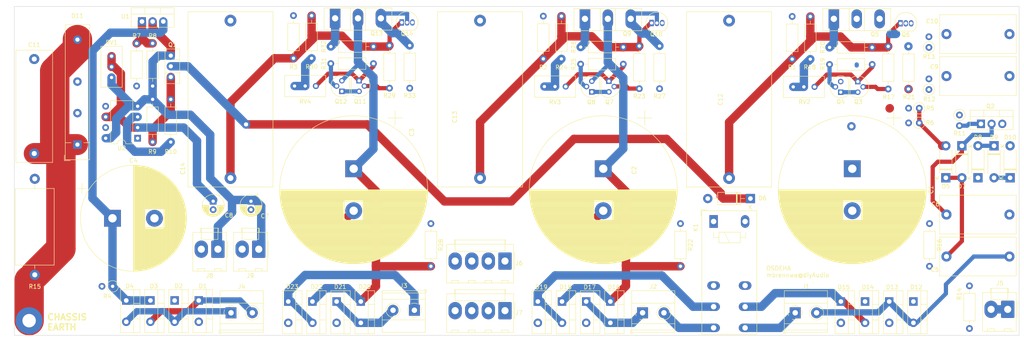
<source format=kicad_pcb>
(kicad_pcb (version 20221018) (generator pcbnew)
  (layers (0 "F.Cu" signal) (1 "In1.Cu" signal) (2 "In2.Cu" signal) (31 "B.Cu" signal) (34 "B.Paste" user) (35 "F.Paste" user) (36 "B.SilkS" user "B.Silkscreen") (37 "F.SilkS" user "F.Silkscreen") (38 "B.Mask" user) (39 "F.Mask" user) (44 "Edge.Cuts" user))
  (net 0 "")
  (net 1 "Net-(D3-K)")
  (net 2 "GND")
  (net 3 "/HV_STABI1/CAP")
  (net 4 "/HV_STABI2/CAP")
  (net 5 "/HV_STABI2/DC-")
  (net 6 "/HV_STABI3/CAP")
  (net 7 "/HV_STABI3/DC-")
  (net 8 "Net-(D6-K)")
  (net 9 "/HV_STABI1/AC1")
  (net 10 "Net-(D7-K)")
  (net 11 "Net-(J8-Pin_1)")
  (net 12 "Net-(U2-THR)")
  (net 13 "Net-(C9-Pad1)")
  (net 14 "Net-(C10-Pad1)")
  (net 15 "Earth_Protective")
  (net 16 "/HV_STABI2/RSET")
  (net 17 "/HV_STABI1/RSET")
  (net 18 "/HV_STABI3/RSET")
  (net 19 "Net-(D5-A)")
  (net 20 "Net-(D1-K)")
  (net 21 "Net-(D2-A)")
  (net 22 "Net-(D5-K)")
  (net 23 "Net-(D8-K)")
  (net 24 "Net-(D8-A)")
  (net 25 "Net-(D10-K)")
  (net 26 "/HV_STABI2/AC1")
  (net 27 "/HV_STABI2/AC2")
  (net 28 "/HV_STABI1/AC2")
  (net 29 "/HV_STABI1/DC+")
  (net 30 "/HV_STABI3/AC1")
  (net 31 "/HV_STABI3/AC2")
  (net 32 "Net-(Q3-S)")
  (net 33 "Net-(Q3-G)")
  (net 34 "Net-(Q7-S)")
  (net 35 "Net-(Q7-G)")
  (net 36 "Net-(Q7-D)")
  (net 37 "Net-(Q1-B)")
  (net 38 "Net-(Q2-G)")
  (net 39 "Net-(Q3-D)")
  (net 40 "Net-(Q4-G)")
  (net 41 "Net-(Q11-G)")
  (net 42 "Net-(Q8-G)")
  (net 43 "Net-(Q11-S)")
  (net 44 "Net-(Q5-G)")
  (net 45 "Net-(Q10-B)")
  (net 46 "Net-(U1-ADJ)")
  (net 47 "Net-(U2-Q)")
  (net 48 "Net-(Q5-S)")
  (net 49 "Net-(Q9-G)")
  (net 52 "Net-(Q11-D)")
  (net 53 "Net-(Q12-G)")
  (net 54 "Net-(Q13-G)")
  (net 55 "Net-(Q13-S)")
  (net 56 "Net-(R18-Pad2)")
  (net 57 "Net-(R24-Pad2)")
  (net 58 "Net-(R30-Pad2)")
  (net 59 "Net-(J5-Pin_1)")
  (net 62 "Net-(J1-Pin_1)")
  (net 63 "Net-(J2-Pin_2)")
  (footprint "Resistor_THT:R_Axial_DIN0207_L6.3mm_D2.5mm_P2.54mm_Vertical" (layer "F.Cu") (at 251.674 87.582 90)
    (fp_text reference "R13")
    (fp_text value "100k")
  )
  (footprint "Diode_THT:Diode_Bridge_32.0x5.6x17.0mm_P10.0mm_P7.5mm" (layer "F.Cu") (at 48.895 110.725 90)
    (fp_text reference "D11")
    (fp_text value "GBJ3510")
  )
  (footprint "Resistor_THT:R_Axial_DIN0207_L6.3mm_D2.5mm_P10.16mm_Horizontal" (layer "F.Cu") (at 104.664 80.01 -90)
    (fp_text reference "R30")
    (fp_text value "1.5k")
  )
  (footprint "Resistor_THT:R_Axial_DIN0207_L6.3mm_D2.5mm_P10.16mm_Horizontal" (layer "F.Cu") (at 178.892 87.503 180)
    (fp_text reference "R26")
    (fp_text value "300")
  )
  (footprint "Package_TO_SOT_THT:TO-220-3_Vertical" (layer "F.Cu") (at 264.068 105.791)
    (fp_text reference "Q2")
    (fp_text value "10M90S")
  )
  (footprint "Capacitor_THT:CP_Radial_D35.0mm_P10.00mm_SnapIn" (layer "F.Cu") (at 233.426 116.473501 -90)
    (fp_text reference "C1")
    (fp_text value "470u 550 VDC")
  )
  (footprint "MountingHole:MountingHole_3.2mm_M3" (layer "F.Cu") (at 218.8972 104.2924)
    (fp_text reference "H2" hide)
    (fp_text value "MountingHole")
  )
  (footprint "Resistor_THT:R_Axial_DIN0207_L6.3mm_D2.5mm_P2.54mm_Vertical" (layer "F.Cu") (at 258.9436 103.6828 -90)
    (fp_text reference "R11")
    (fp_text value "3k")
  )
  (footprint "Resistor_THT:R_Axial_DIN0207_L6.3mm_D2.5mm_P10.16mm_Horizontal" (layer "F.Cu") (at 187.528 97.409 90)
    (fp_text reference "R27")
    (fp_text value "2")
  )
  (footprint "Resistor_THT:R_Axial_DIN0918_L18.0mm_D9.0mm_P22.86mm_Horizontal" (layer "F.Cu") (at 38.735 141.732 90)
    (fp_text reference "R15")
    (fp_text value "100 5 W")
  )
  (footprint "Package_TO_SOT_THT:TO-92" (layer "F.Cu") (at 234.7374 95.7072 -90)
    (fp_text reference "Q3")
    (fp_text value "LND150")
  )
  (footprint "Connector_Molex:Molex_KK-396_A-41791-0002_1x02_P3.96mm_Vertical" (layer "F.Cu") (at 82.355 135.636 180)
    (fp_text reference "J8")
    (fp_text value "HEATERS-LEFT")
  )
  (footprint "Resistor_THT:R_Axial_DIN0207_L6.3mm_D2.5mm_P10.16mm_Horizontal" (layer "F.Cu") (at 182.702 97.409 90)
    (fp_text reference "R23")
    (fp_text value "1k")
  )
  (footprint "TerminalBlock_Phoenix:TerminalBlock_Phoenix_MKDS-1,5-2-5.08_1x02_P5.08mm_Horizontal" (layer "F.Cu") (at 219.837 150.782501)
    (fp_text reference "J1")
    (fp_text value "340 VAC / 220 mA")
  )
  (footprint "Diode_THT:D_DO-41_SOD81_P7.62mm_Horizontal" (layer "F.Cu") (at 267.183 111.014 -90)
    (fp_text reference "D9")
    (fp_text value "200 V")
  )
  (footprint "Capacitor_THT:C_Rect_L18.0mm_W9.0mm_P15.00mm_FKS3_FKP3" (layer "F.Cu") (at 255.851 137.381)
    (fp_text reference "C5")
    (fp_text value "100n 1 kV")
  )
  (footprint "Resistor_THT:R_Axial_DIN0207_L6.3mm_D2.5mm_P10.16mm_Horizontal" (layer "F.Cu") (at 228.0064 91.6432)
    (fp_text reference "R19")
    (fp_text value "1k")
  )
  (footprint "Capacitor_THT:C_Rect_L26.5mm_W8.5mm_P22.50mm_MKS4" (layer "F.Cu") (at 38.608 90.35 -90)
    (fp_text reference "C11")
    (fp_text value "100n")
  )
  (footprint "Package_TO_SOT_THT:TO-220-2_Vertical" (layer "F.Cu") (at 236.467333 148.092501 -90)
    (fp_text reference "D14")
    (fp_text value "STTH512FP")
  )
  (footprint "Resistor_THT:R_Axial_DIN0207_L6.3mm_D2.5mm_P2.54mm_Vertical" (layer "F.Cu") (at 251.674 97.615 90)
    (fp_text reference "R12")
    (fp_text value "100k")
  )
  (footprint "MountingHole:MountingHole_3.2mm_M3_Pad" (layer "F.Cu") (at 37.3888 152.654)
    (fp_text reference "CHASSIS1" hide)
    (fp_text value "MountingHole_Pad")
  )
  (footprint "Package_TO_SOT_THT:TO-220-2_Vertical" (layer "F.Cu") (at 72.037666 147.842501 -90)
    (fp_text reference "D2")
    (fp_text value "SBT1845-3G")
  )
  (footprint "Resistor_THT:R_Axial_DIN0207_L6.3mm_D2.5mm_P10.16mm_Horizontal" (layer "F.Cu") (at 164.16 80.137 -90)
    (fp_text reference "R24")
    (fp_text value "1.5k")
  )
  (footprint "Package_TO_SOT_THT:TO-220-2_Vertical" (layer "F.Cu") (at 175.811 148.092501 -90)
    (fp_text reference "D16")
    (fp_text value "STTH512FP")
  )
  (footprint "Resistor_THT:R_Axial_DIN0207_L6.3mm_D2.5mm_P10.16mm_Horizontal" (layer "F.Cu") (at 261.326 154.52 90)
    (fp_text reference "R14")
    (fp_text value "4.7M")
  )
  (footprint "Package_TO_SOT_THT:TO-92" (layer "F.Cu") (at 111.882 98.044 90)
    (fp_text reference "Q12")
    (fp_text value "LND150")
  )
  (footprint "Package_TO_SOT_THT:TO-126-3_Vertical" (layer "F.Cu") (at 71.126 89.535 -90)
    (fp_text reference "Q1")
    (fp_text value "BD138")
  )
  (footprint "Package_TO_SOT_THT:TO-220-2_Vertical" (layer "F.Cu") (at 158.539 148.092501 -90)
    (fp_text reference "D19")
    (fp_text value "STTH512FP")
  )
  (footprint "Capacitor_THT:C_Rect_L41.5mm_W20.0mm_P37.50mm_MKS4" (layer "F.Cu") (at 204.089 118.699 90)
    (fp_text reference "C12")
    (fp_text value "4.7u 630 V")
  )
  (footprint "Package_TO_SOT_THT:TO-220-2_Vertical" (layer "F.Cu") (at 164.296333 148.092501 -90)
    (fp_text reference "D18")
    (fp_text value "STTH512FP")
  )
  (footprint "Capacitor_THT:CP_Radial_D5.0mm_P2.00mm" (layer "F.Cu") (at 81.225 124.214 -90)
    (fp_text reference "C8")
    (fp_text value "22u 16 V")
  )
  (footprint "TerminalBlock_Phoenix:TerminalBlock_Phoenix_MKDS-1,5-2-5.08_1x02_P5.08mm_Horizontal" (layer "F.Cu") (at 85.471 150.782501)
    (fp_text reference "J4")
    (fp_text value "9 VAC / 4.5 A")
  )
  (footprint "Resistor_THT:R_Axial_DIN0207_L6.3mm_D2.5mm_P10.16mm_Horizontal" (layer "F.Cu") (at 66.802 110.109 90)
    (fp_text reference "R9")
    (fp_text value "3.3k")
  )
  (footprint "Capacitor_THT:C_Rect_L18.0mm_W9.0mm_P15.00mm_FKS3_FKP3" (layer "F.Cu") (at 255.858 84.407)
    (fp_text reference "C10")
    (fp_text value "100n 1 kV")
  )
  (footprint "MountingHole:MountingHole_3.2mm_M3" (layer "F.Cu") (at 37.3888 81.3308)
    (fp_text reference "H1" hide)
    (fp_text value "MountingHole")
  )
  (footprint "Resistor_THT:R_Axial_DIN0207_L6.3mm_D2.5mm_P2.54mm_Vertical" (layer "F.Cu") (at 249.3772 105.5624 180)
    (fp_text reference "R6")
    (fp_text value "787k")
  )
  (footprint "Resistor_THT:R_Axial_DIN0207_L6.3mm_D2.5mm_P10.16mm_Horizontal" (layer "F.Cu") (at 123.206 97.282 90)
    (fp_text reference "R29")
    (fp_text value "1k")
  )
  (footprint "Resistor_THT:R_Axial_DIN0207_L6.3mm_D2.5mm_P10.16mm_Horizontal" (layer "F.Cu") (at 246.8024 97.4852 90)
    (fp_text reference "R21")
    (fp_text value "2")
  )
  (footprint "Potentiometer_THT:Potentiometer_Bourns_3296W_Vertical" (layer "F.Cu") (at 105.68 96.774)
    (fp_text reference "RV4")
    (fp_text value "1k")
  )
  (footprint "Resistor_THT:R_Axial_DIN0207_L6.3mm_D2.5mm_P10.16mm_Horizontal" (layer "F.Cu") (at 251.8156 129.5372 -90)
    (fp_text reference "R16")
    (fp_text value "1M")
  )
  (footprint "Diode_THT:D_DO-41_SOD81_P7.62mm_Horizontal" (layer "F.Cu") (at 255.708 118.634 90)
    (fp_text reference "D5")
    (fp_text value "1N4007")
  )
  (footprint "Resistor_THT:R_Axial_DIN0207_L6.3mm_D2.5mm_P10.16mm_Horizontal" (layer "F.Cu") (at 223.4344 80.2132 -90)
    (fp_text reference "R18")
    (fp_text value "1.5k")
  )
  (footprint "Package_TO_SOT_THT:TO-92" (layer "F.Cu") (at 115.967 95.504 -90)
    (fp_text reference "Q11")
    (fp_text value "LND150")
  )
  (footprint "Connector_Molex:Molex_KK-396_A-41791-0002_1x02_P3.96mm_Vertical" (layer "F.Cu") (at 270.441 149.96 180)
    (fp_text reference "J5")
    (fp_text value "Stator bias")
  )
  (footprint "Resistor_THT:R_Axial_DIN0207_L6.3mm_D2.5mm_P2.54mm_Vertical" (layer "F.Cu") (at 249.3772 102.0572 180)
    (fp_text reference "R5")
    (fp_text value "47k")
  )
  (footprint "Package_TO_SOT_THT:TO-220-2_Vertical" (layer "F.Cu") (at 247.982 148.092501 -90)
    (fp_text reference "D12")
    (fp_text value "STTH512FP")
  )
  (footprint "Package_TO_SOT_THT:TO-220-2_Vertical" (layer "F.Cu") (at 104.860333 148.092501 -90)
    (fp_text reference "D22")
    (fp_text value "STTH512FP")
  )
  (footprint "Resistor_THT:R_Axial_DIN0207_L6.3mm_D2.5mm_P10.16mm_Horizontal" (layer "F.Cu") (at 241.9764 97.4852 90)
    (fp_text reference "R17")
    (fp_text value "1k")
  )
  (footprint "Diode_THT:D_DO-41_SOD81_P7.62mm_Horizontal" (layer "F.Cu") (at 263.358 118.634 90)
    (fp_text reference "D8")
    (fp_text value "200 V")
  )
  (footprint "MountingHole:MountingHole_3.2mm_M3" (layer "F.Cu") (at 255.524 152.654)
    (fp_text reference "H3" hide)
    (fp_text value "MountingHole")
  )
  (footprint "Resistor_THT:R_Axial_DIN0207_L6.3mm_D2.5mm_P10.16mm_Horizontal" (layer "F.Cu") (at 133.0706 129.5372 -90)
    (fp_text reference "R28")
    (fp_text value "1M")
  )
  (footprint "Capacitor_THT:C_Rect_L18.0mm_W9.0mm_P15.00mm_FKS3_FKP3" (layer "F.Cu") (at 255.851 127.381)
    (fp_text reference "C6")
    (fp_text value "100n 1 kV")
  )
  (footprint "Capacitor_THT:CP_Radial_D35.0mm_P10.00mm_SnapIn" (layer "F.Cu") (at 174.117 116.473501 -90)
    (fp_text reference "C2")
    (fp_text value "470u 550 VDC")
  )
  (footprint "Resistor_THT:R_Axial_DIN0207_L6.3mm_D2.5mm_P10.16mm_Horizontal" (layer "F.Cu") (at 159.842 80.137 -90)
    (fp_text reference "R2")
    (fp_text value "787k")
  )
  (footprint "Package_TO_SOT_THT:TO-92" (layer "F.Cu") (at 230.6734 98.2472 90)
    (fp_text reference "Q4")
    (fp_text value "LND150")
  )
  (footprint "Package_TO_SOT_THT:TO-220-2_Vertical" (layer "F.Cu") (at 116.375 148.092501 -90)
    (fp_text reference "D20")
    (fp_text value "STTH512FP")
  )
  (footprint "Resistor_THT:R_Axial_DIN0207_L6.3mm_D2.5mm_P10.16mm_Horizontal" (layer "F.Cu") (at 62.992 86.614 -90)
    (fp_text reference "R7")
    (fp_text value "1.91k")
  )
  (footprint "Capacitor_THT:CP_Radial_D25.0mm_P10.00mm_SnapIn" (layer "F.Cu") (at 57.24363 128.27)
    (fp_text reference "C4")
    (fp_text value "10000u 25 V")
  )
  (footprint "TerminalBlock_Phoenix:TerminalBlock_Phoenix_MKDS-1,5-2-5.08_1x02_P5.08mm_Horizontal" (layer "F.Cu") (at 183.487 150.782501)
    (fp_text reference "J2")
    (fp_text value "340 VAC / 220 mA")
  )
  (footprint "Resistor_THT:R_Axial_DIN0207_L6.3mm_D2.5mm_P10.16mm_Horizontal" (layer "F.Cu") (at 128.032 97.282 90)
    (fp_text reference "R33")
    (fp_text value "2")
  )
  (footprint "Package_TO_SOT_THT:TO-247-3_Vertical" (layer "F.Cu") (at 229.0334 80.772)
    (fp_text reference "Q5")
    (fp_text value "NTHL1000N170M1 ")
  )
  (footprint "Package_TO_SOT_THT:TO-92" (layer "F.Cu") (at 175.463 95.631 -90)
    (fp_text reference "Q7")
    (fp_text value "LND150")
  )
  (footprint "Package_TO_SOT_THT:TO-92_Inline" (layer "F.Cu") (at 185.623 81.767)
    (fp_text reference "Q10")
    (fp_text value "BC550")
  )
  (footprint "Package_TO_SOT_THT:TO-220-2_Vertical" (layer "F.Cu") (at 99.103 148.092501 -90)
    (fp_text reference "D23")
    (fp_text value "STTH512FP")
  )
  (footprint "Package_TO_SOT_THT:TO-220-2_Vertical" (layer "F.Cu") (at 110.617666 148.092501 -90)
    (fp_text reference "D21")
    (fp_text value "STTH512FP")
  )
  (footprint "Package_TO_SOT_THT:TO-92_Inline" (layer "F.Cu") (at 126.127 81.64)
    (fp_text reference "Q14")
    (fp_text value "BC550")
  )
  (footprint "Package_TO_SOT_THT:TO-220-3_Vertical" (layer "F.Cu") (at 64.262 81.407)
    (fp_text reference "U1")
    (fp_text value "LM1085-ADJ")
  )
  (footprint "Diode_THT:D_DO-41_SOD81_P7.62mm_Horizontal" (layer "F.Cu") (at 271.008 118.634 90)
    (fp_text reference "D10")
    (fp_text value "180 V")
  )
  (footprint "Package_DIP:DIP-8_W7.62mm" (layer "F.Cu") (at 63.236 109.21 180)
    (fp_text reference "U2")
    (fp_text value "NE555P")
  )
  (footprint "Resistor_THT:R_Axial_DIN0207_L6.3mm_D2.5mm_P10.16mm_Horizontal" (layer "F.Cu") (at 100.346 80.01 -90)
    (fp_text reference "R3")
    (fp_text value "976k")
  )
  (footprint "Resistor_THT:R_Axial_DIN0207_L6.3mm_D2.5mm_P10.16mm_Horizontal" (layer "F.Cu") (at 192.5066 129.5372 -90)
    (fp_text reference "R22")
    (fp_text value "1M")
  )
  (footprint "Resistor_THT:R_Axial_DIN0207_L6.3mm_D2.5mm_P10.16mm_Horizontal" (layer "F.Cu") (at 71.12 99.949 -90)
    (fp_text reference "R10")
    (fp_text value "2k")
  )
  (footprint "Package_TO_SOT_THT:TO-247-3_Vertical" (layer "F.Cu") (at 169.759 80.772)
    (fp_text reference "Q9")
    (fp_text value "NTHL1000N170M1 ")
  )
  (footprint "Capacitor_THT:C_Rect_L18.0mm_W9.0mm_P15.00mm_FKS3_FKP3" (layer "F.Cu") (at 255.858 94.407)
    (fp_text reference "C9")
    (fp_text value "100n 1 kV")
  )
  (footprint "Connector_Molex:Molex_KK-396_A-41791-0004_1x04_P3.96mm_Vertical" (layer "F.Cu") (at 150.72 150.272501 180)
    (fp_text reference "J7")
    (fp_text value "HV-R")
  )
  (footprint "Resistor_THT:R_Axial_DIN0207_L6.3mm_D2.5mm_P10.16mm_Horizontal" (layer "F.Cu") (at 109.236 91.44)
    (fp_text reference "R31")
    (fp_text value "1k")
  )
  (footprint "Package_TO_SOT_THT:TO-220-2_Vertical" (layer "F.Cu") (at 242.224666 148.092501 -90)
    (fp_text reference "D13")
    (fp_text value "STTH512FP")
  )
  (footprint "Resistor_THT:R_Axial_DIN0207_L6.3mm_D2.5mm_P10.16mm_Horizontal" (layer "F.Cu") (at 219.1164 80.2132 -90)
    (fp_text reference "R1")
    (fp_text value "787k")
  )
  (footprint "Connector_Molex:Molex_KK-396_A-41791-0002_1x02_P3.96mm_Vertical" (layer "F.Cu") (at 92.075 135.636 180)
    (fp_text reference "J9")
    (fp_text value "HEATERS-RIGHT")
  )
  (footprint "Diode_THT:D_DO-41_SOD81_P7.62mm_Horizontal" (layer "F.Cu") (at 259.533 111.014 -90)
    (fp_text reference "D7")
    (fp_text value "1N4007")
  )
  (footprint "Package_TO_SOT_THT:TO-220-2_Vertical" (layer "F.Cu") (at 60.523 147.842501 -90)
    (fp_text reference "D4")
    (fp_text value "SBT1845-3G")
  )
  (footprint "Resistor_THT:R_Axial_DIN0207_L6.3mm_D2.5mm_P10.16mm_Horizontal" (layer "F.Cu") (at 119.396 87.376 180)
    (fp_text reference "R32")
    (fp_text value "300")
  )
  (footprint "Package_TO_SOT_THT:TO-220-2_Vertical" (layer "F.Cu") (at 66.280333 147.842501 -90)
    (fp_text reference "D3")
    (fp_text value "SBT1845-3G")
  )
  (footprint "Resistor_THT:R_Axial_DIN0207_L6.3mm_D2.5mm_P2.54mm_Vertical" (layer "F.Cu") (at 57.2806 144.4752 180)
    (fp_text reference "R4")
    (fp_text value "10k")
  )
  (footprint "Resistor_THT:R_Axial_DIN0207_L6.3mm_D2.5mm_P10.16mm_Horizontal" (layer "F.Cu") (at 238.1664 87.5792 180)
    (fp_text reference "R20")
    (fp_text value "300")
  )
  (footprint "Resistor_THT:R_Axial_DIN0207_L6.3mm_D2.5mm_P10.16mm_Horizontal" (layer "F.Cu") (at 66.802 96.774 90)
    (fp_text reference "R8")
    (fp_text value "470")
  )
  (footprint "Potentiometer_THT:Potentiometer_Bourns_3296W_Vertical" (layer "F.Cu") (at 224.4404 96.9772)
    (fp_text reference "RV2")
    (fp_text value "1k")
  )
  (footprint "Package_TO_SOT_THT:TO-247-3_Vertical" (layer "F.Cu") (at 110.263 80.645)
    (fp_text reference "Q13")
    (fp_text value "NTHL1000N170M1 ")
  )
  (footprint "Relay_THT:Relay_DPDT_Schrack-RT2-FormC_RM5mm" (layer "F.Cu") (at 200.399 129.032501 -90)
    (fp_text reference "K1")
    (fp_text value "RT424006")
  )
  (footprint "Package_TO_SOT_THT:TO-220-2_Vertical" (layer "F.Cu") (at 230.71 148.092501 -90)
    (fp_text reference "D15")
    (fp_text value "STTH512FP")
  )
  (footprint "TerminalBlock_Phoenix:TerminalBlock_Phoenix_MKDS-1,5-2-5.08_1x02_P5.08mm_Horizontal" (layer "F.Cu") (at 129.141 150.172501 180)
    (fp_text reference "J3")
    (fp_text value "420 VAC / 75 mA")
  )
  (footprint "Package_TO_SOT_THT:TO-92" (layer "F.Cu") (at 171.399 98.171 90)
    (fp_text reference "Q8")
    (fp_text value "LND150")
  )
  (footprint "Resistor_THT:R_Axial_DIN0207_L6.3mm_D2.5mm_P10.16mm_Horizontal" (layer "F.Cu") (at 168.732 91.567)
    (fp_text reference "R25")
    (fp_text value "1k")
  )
  (footprint "Capacitor_THT:CP_Radial_D5.0mm_P2.00mm" (layer "F.Cu") (at 90.225 124.214 -90)
    (fp_text reference "C7")
    (fp_text value "22u 16 V")
  )
  (footprint "Potentiometer_THT:Potentiometer_Bourns_3296W_Vertical" (layer "F.Cu") (at 165.176 96.901)
    (fp_text reference "RV3")
    (fp_text value "1k")
  )
  (footprint "Package_TO_SOT_THT:TO-92_Inline" (layer "F.Cu") (at 244.8974 81.8432)
    (fp_text reference "Q6")
    (fp_text value "BC550")
  )
  (footprint "Diode_THT:D_DO-41_SOD81_P10.16mm_Horizontal" (layer "F.Cu") (at 209.169 123.571 180)
    (fp_text reference "D6")
    (fp_text value "1N4004")
  )
  (footprint "Potentiometer_THT:Potentiometer_Bourns_3296W_Vertical" (layer "F.Cu") (at 57.023 89.662 90)
    (fp_text reference "RV1")
    (fp_text value "1M")
  )
  (footprint "Capacitor_THT:CP_Radial_D35.0mm_P10.00mm_SnapIn" (layer "F.Cu") (at 114.681 116.473501 -90)
    (fp_text reference "C3")
    (fp_text value "220u 630 VDC")
  )
  (footprint "Capacitor_THT:C_Rect_L41.5mm_W20.0mm_P37.50mm_MKS4" (layer "F.Cu") (at 144.78 118.699 90)
    (fp_text reference "C13")
    (fp_text value "4.7u 630 V")
  )
  (footprint "Package_TO_SOT_THT:TO-220-2_Vertical" (layer "F.Cu") (at 77.795 147.842501 -90)
    (fp_text reference "D1")
    (fp_text value "SBT1845-3G")
  )
  (footprint "Connector_Molex:Molex_KK-396_A-41791-0004_1x04_P3.96mm_Vertical" (layer "F.Cu") (at 150.72 138.461501 180)
    (fp_text reference "J6")
    (fp_text value "HV-L")
  )
  (footprint "Package_TO_SOT_THT:TO-220-2_Vertical" (layer "F.Cu") (at 170.053666 148.092501 -90)
    (fp_text reference "D17")
    (fp_text value "STTH512FP")
  )
  (footprint "Capacitor_THT:C_Rect_L41.5mm_W20.0mm_P37.50mm_MKS4" (layer "F.Cu") (at 85.344 118.699 90)
    (fp_text reference "C14")
    (fp_text value "4.7u 630 V")
  )
  (gr_rect (start 33.8836 77.8256) (end 273.1516 156.1592) (stroke (width 0.1)) (fill none) (layer "Edge.Cuts"))
  (gr_text "OSDEHA\nmbrennwa@diyAudio" (at 212.852 142.3924) (layer "F.SilkS") (effects (font (size 1 1)) (justify left bottom)))
  (gr_text "CHASSIS\nEARTH" (at 41.5544 155.0924) (layer "F.SilkS") (effects (font (size 1.5 1.5) (thickness 0.3) bold) (justify left bottom)))
  (segment (start 52.4764 123.50277) (end 52.4764 88.392) (width 2) (layer "B.Cu") (net 1))
  (segment (start 52.4764 88.392) (end 56.7944 84.074) (width 2) (layer "B.Cu") (net 1))
  (segment (start 57.24363 128.27) (end 57.24363 144.563131) (width 2) (layer "B.Cu") (net 1))
  (segment (start 68.675 84.074) (end 56.7944 84.074) (width 2) (layer "B.Cu") (net 1))
  (segment (start 69.342 81.407) (end 69.342 83.407) (width 2) (layer "B.Cu") (net 1))
  (segment (start 57.24363 144.563131) (end 60.523 147.842501) (width 2) (layer "B.Cu") (net 1))
  (segment (start 69.342 83.407) (end 68.675 84.074) (width 2) (layer "B.Cu") (net 1))
  (segment (start 57.24363 128.27) (end 52.4764 123.50277) (width 2) (layer "B.Cu") (net 1))
  (segment (start 60.523 147.842501) (end 66.280333 147.842501) (width 2) (layer "B.Cu") (net 1))
  (segment (start 234.4834 91.8972) (end 234.4834 91.630174) (width 1) (layer "B.Cu") (net 3))
  (segment (start 179.5272 144.376301) (end 179.5272 139.4968) (width 2) (layer "F.Cu") (net 4))
  (segment (start 179.5272 139.4968) (end 179.5272 129.9972) (width 2) (layer "F.Cu") (net 4))
  (segment (start 179.5272 129.9972) (end 179.5272 121.883701) (width 2) (layer "F.Cu") (net 4))
  (segment (start 175.811 148.092501) (end 179.5272 144.376301) (width 2) (layer "F.Cu") (net 4))
  (segment (start 192.5066 139.6972) (end 179.7276 139.6972) (width 2) (layer "F.Cu") (net 4))
  (segment (start 179.7276 139.6972) (end 179.5272 139.4968) (width 2) (layer "F.Cu") (net 4))
  (segment (start 179.5272 121.883701) (end 174.117 116.473501) (width 2) (layer "F.Cu") (net 4))
  (segment (start 174.117 116.473501) (end 178.883 111.707501) (width 2) (layer "B.Cu") (net 4))
  (segment (start 175.209 91.821) (end 175.209 91.136692) (width 1) (layer "B.Cu") (net 4))
  (segment (start 178.883 111.707501) (end 178.883 94.810692) (width 2) (layer "B.Cu") (net 4))
  (segment (start 171.399 95.631) (end 175.209 91.821) (width 1) (layer "B.Cu") (net 4))
  (segment (start 164.296333 148.092501) (end 167.456434 144.9324) (width 2) (layer "B.Cu") (net 4))
  (segment (start 178.883 94.810692) (end 175.209 91.136692) (width 2) (layer "B.Cu") (net 4))
  (segment (start 167.456434 144.9324) (end 172.650899 144.9324) (width 2) (layer "B.Cu") (net 4))
  (segment (start 172.650899 144.9324) (end 175.811 148.092501) (width 2) (layer "B.Cu") (net 4))
  (segment (start 175.209 91.136692) (end 175.209 80.772) (width 2) (layer "B.Cu") (net 4))
  (segment (start 174.117 126.473501) (end 172.8216 127.768901) (width 2) (layer "F.Cu") (net 5))
  (segment (start 119.9896 139.5984) (end 119.9896 142.6464) (width 2) (layer "F.Cu") (net 6))
  (segment (start 114.681 116.473501) (end 119.9896 121.782101) (width 2) (layer "F.Cu") (net 6))
  (segment (start 119.9896 142.6464) (end 119.9896 144.477901) (width 2) (layer "F.Cu") (net 6))
  (segment (start 120.0404 142.6972) (end 119.9896 142.6464) (width 2) (layer "F.Cu") (net 6))
  (segment (start 119.9896 130.048) (end 119.9896 139.5984) (width 2) (layer "F.Cu") (net 6))
  (segment (start 119.9896 144.477901) (end 116.375 148.092501) (width 2) (layer "F.Cu") (net 6))
  (segment (start 133.0706 139.6972) (end 120.0884 139.6972) (width 2) (layer "F.Cu") (net 6))
  (segment (start 120.0404 129.9972) (end 119.9896 130.048) (width 2) (layer "F.Cu") (net 6))
  (segment (start 119.9896 121.782101) (end 119.9896 130.048) (width 2) (layer "F.Cu") (net 6))
  (segment (start 120.0884 139.6972) (end 119.9896 139.5984) (width 2) (layer "F.Cu") (net 6))
  (segment (start 115.713 91.673) (end 115.713 91.009692) (width 1) (layer "B.Cu") (net 6))
  (segment (start 111.882 95.504) (end 115.713 91.673) (width 1) (layer "B.Cu") (net 6))
  (segment (start 113.214899 144.9324) (end 116.375 148.092501) (width 2) (layer "B.Cu") (net 6))
  (segment (start 119.387 111.767501) (end 119.387 94.683692) (width 2) (layer "B.Cu") (net 6))
  (segment (start 104.860333 148.092501) (end 108.020434 144.9324) (width 2) (layer "B.Cu") (net 6))
  (segment (start 108.020434 144.9324) (end 113.214899 144.9324) (width 2) (layer "B.Cu") (net 6))
  (segment (start 115.713 91.009692) (end 115.713 80.645) (width 2) (layer "B.Cu") (net 6))
  (segment (start 119.387 94.683692) (end 115.713 91.009692) (width 2) (layer "B.Cu") (net 6))
  (segment (start 114.681 116.473501) (end 119.387 111.767501) (width 2) (layer "B.Cu") (net 6))
  (segment (start 114.693367 126.475367) (end 113.397967 127.770767) (width 2) (layer "F.Cu") (net 7))
  (segment (start 202.109 122.286937) (end 189.194463 109.3724) (width 2) (layer "F.Cu") (net 8))
  (segment (start 202.109 122.994044) (end 202.109 122.286937) (width 2) (layer "F.Cu") (net 8))
  (segment (start 152.2476 124.2568) (end 136.2964 124.2568) (width 2) (layer "F.Cu") (net 8))
  (segment (start 202.685956 123.571) (end 202.109 122.994044) (width 2) (layer "F.Cu") (net 8))
  (segment (start 189.194463 109.3724) (end 167.132 109.3724) (width 2) (layer "F.Cu") (net 8))
  (segment (start 167.132 109.3724) (end 152.2476 124.2568) (width 2) (layer "F.Cu") (net 8))
  (segment (start 117.9576 105.918) (end 89.0524 105.918) (width 2) (layer "F.Cu") (net 8))
  (segment (start 209.169 123.571) (end 202.685956 123.571) (width 2) (layer "F.Cu") (net 8))
  (segment (start 136.2964 124.2568) (end 117.9576 105.918) (width 2) (layer "F.Cu") (net 8))
  (via (at 89.0524 105.918) (size 2) (drill 1) (layers "F.Cu" "B.Cu") (net 8))
  (segment (start 89.0524 105.918) (end 75.2094 92.075) (width 2) (layer "B.Cu") (net 8))
  (segment (start 75.2094 92.075) (end 71.126 92.075) (width 2) (layer "B.Cu") (net 8))
  (segment (start 224.917 150.782501) (end 225.027 150.672501) (width 2) (layer "F.Cu") (net 9))
  (segment (start 225.027 150.672501) (end 239.644666 150.672501) (width 1.5) (layer "B.Cu") (net 9))
  (segment (start 248.757099 153.172501) (end 247.982 153.172501) (width 1) (layer "B.Cu") (net 9))
  (segment (start 270.851 137.381) (end 262.3642 137.381) (width 1) (layer "B.Cu") (net 9))
  (segment (start 255.7272 144.018) (end 255.7272 146.2024) (width 1) (layer "B.Cu") (net 9))
  (segment (start 262.3642 137.381) (end 255.7272 144.018) (width 1) (layer "B.Cu") (net 9))
  (segment (start 239.644666 150.672501) (end 242.224666 148.092501) (width 1.5) (layer "B.Cu") (net 9))
  (segment (start 255.7272 146.2024) (end 248.757099 153.172501) (width 1) (layer "B.Cu") (net 9))
  (segment (start 247.304666 153.172501) (end 242.224666 148.092501) (width 1.5) (layer "B.Cu") (net 9))
  (segment (start 259.533 112.577) (end 257.302 114.808) (width 1) (layer "F.Cu") (net 10))
  (segment (start 257.302 114.808) (end 253.7968 114.808) (width 1) (layer "F.Cu") (net 10))
  (segment (start 253.7968 114.808) (end 252.5776 116.0272) (width 1) (layer "F.Cu") (net 10))
  (segment (start 259.533 111.014) (end 259.533 112.577) (width 1) (layer "F.Cu") (net 10))
  (segment (start 252.5776 116.0272) (end 252.5776 124.1076) (width 1) (layer "F.Cu") (net 10))
  (segment (start 252.5776 124.1076) (end 255.851 127.381) (width 1) (layer "F.Cu") (net 10))
  (segment (start 259.533 111.014) (end 262.133 108.414) (width 1) (layer "B.Cu") (net 10))
  (segment (start 262.133 108.414) (end 266.3975 108.414) (width 1) (layer "B.Cu") (net 10))
  (segment (start 266.3975 108.414) (end 266.608 108.2035) (width 1) (layer "B.Cu") (net 10))
  (segment (start 266.608 108.2035) (end 266.608 105.791) (width 1) (layer "B.Cu") (net 10))
  (segment (start 71.126 87.3312) (end 71.126 89.535) (width 2) (layer "F.Cu") (net 11))
  (segment (start 66.802 83.0072) (end 71.126 87.3312) (width 2) (layer "F.Cu") (net 11))
  (segment (start 66.802 81.407) (end 66.802 83.0072) (width 2) (layer "F.Cu") (net 11))
  (segment (start 64.877 99.949) (end 63.236 101.59) (width 2) (layer "B.Cu") (net 11))
  (segment (start 57.023 94.742) (end 57.023 96.4946) (width 2) (layer "B.Cu") (net 11))
  (segment (start 70.485 103.632) (end 66.802 99.949) (width 2) (layer "B.Cu") (net 11))
  (segment (start 58.1152 104.5464) (end 61.0716 101.59) (width 2) (layer "B.Cu") (net 11))
  (segment (start 66.802 96.774) (end 66.802 99.949) (width 2) (layer "B.Cu") (net 11))
  (segment (start 91.177692 123.914) (end 85.7124 123.914) (width 2) (layer "B.Cu") (net 11))
  (segment (start 55.616 109.21) (end 56.74737 109.21) (width 2) (layer "B.Cu") (net 11))
  (segment (start 85.7124 123.914) (end 85.7124 126.8348) (width 2) (layer "B.Cu") (net 11))
  (segment (start 62.1184 101.59) (end 63.236 101.59) (width 2) (layer "B.Cu") (net 11))
  (segment (start 75.7936 103.632) (end 70.485 103.632) (width 2) (layer "B.Cu") (net 11))
  (segment (start 92.6592 125.395508) (end 91.177692 123.914) (width 2) (layer "B.Cu") (net 11))
  (segment (start 85.7124 123.914) (end 80.518 118.7196) (width 2) (layer "B.Cu") (net 11))
  (segment (start 92.075 135.636) (end 92.6592 135.0518) (width 2) (layer "B.Cu") (net 11))
  (segment (start 66.802 99.949) (end 64.877 99.949) (width 2) (layer "B.Cu") (net 11))
  (segment (start 80.518 118.7196) (end 80.518 108.3564) (width 2) (layer "B.Cu") (net 11))
  (segment (start 66.802 96.774) (end 66.802 90.959) (width 2) (layer "B.Cu") (net 11))
  (segment (start 82.355 130.1922) (end 82.355 135.636) (width 2) (layer "B.Cu") (net 11))
  (segment (start 80.518 108.3564) (end 75.7936 103.632) (width 2) (layer "B.Cu") (net 11))
  (segment (start 61.0716 101.59) (end 63.236 101.59) (width 2) (layer "B.Cu") (net 11))
  (segment (start 58.1152 107.84217) (end 58.1152 104.5464) (width 2) (layer "B.Cu") (net 11))
  (segment (start 85.7124 126.8348) (end 82.355 130.1922) (width 2) (layer "B.Cu") (net 11))
  (segment (start 92.6592 131.064) (end 92.6592 125.395508) (width 2) (layer "B.Cu") (net 11))
  (segment (start 92.6592 135.0518) (end 92.6592 131.064) (width 2) (layer "B.Cu") (net 11))
  (segment (start 56.74737 109.21) (end 58.1152 107.84217) (width 2) (layer "B.Cu") (net 11))
  (segment (start 66.802 90.959) (end 68.226 89.535) (width 2) (layer "B.Cu") (net 11))
  (segment (start 68.226 89.535) (end 71.126 89.535) (width 2) (layer "B.Cu") (net 11))
  (segment (start 57.023 96.4946) (end 62.1184 101.59) (width 2) (layer "B.Cu") (net 11))
  (segment (start 59.243 93.822445) (end 57.622555 92.202) (width 2) (layer "F.Cu") (net 12))
  (segment (start 56.74737 104.13) (end 59.243 101.63437) (width 2) (layer "F.Cu") (net 12))
  (segment (start 57.023 92.202) (end 57.023 89.662) (width 2) (layer "F.Cu") (net 12))
  (segment (start 63.236 106.67) (end 61.408692 106.67) (width 2) (layer "F.Cu") (net 12))
  (segment (start 58.868692 104.13) (end 55.616 104.13) (width 2) (layer "F.Cu") (net 12))
  (segment (start 61.408692 106.67) (end 58.868692 104.13) (width 2) (layer "F.Cu") (net 12))
  (segment (start 55.616 104.13) (end 56.74737 104.13) (width 2) (layer "F.Cu") (net 12))
  (segment (start 59.243 101.63437) (end 59.243 93.822445) (width 2) (layer "F.Cu") (net 12))
  (segment (start 57.622555 92.202) (end 57.023 92.202) (width 2) (layer "F.Cu") (net 12))
  (segment (start 77.3684 120.0574) (end 81.225 123.914) (width 2) (layer "B.Cu") (net 12))
  (segment (start 63.236 106.67) (end 74.2088 106.67) (width 2) (layer "B.Cu") (net 12))
  (segment (start 77.3684 109.8296) (end 77.3684 120.0574) (width 2) (layer "B.Cu") (net 12))
  (segment (start 74.2088 106.67) (end 77.3684 109.8296) (width 2) (layer "B.Cu") (net 12))
  (segment (start 44.958 113.358) (end 44.958 135.509) (width 7) (layer "F.Cu") (net 15))
  (segment (start 43.688 112.088) (end 44.45 112.85) (width 5) (layer "F.Cu") (net 15))
  (segment (start 44.45 112.85) (end 44.958 113.358) (width 7) (layer "F.Cu") (net 15))
  (segment (start 43.4848 93.2688) (end 43.4848 111.8848) (width 7) (layer "F.Cu") (net 15))
  (segment (start 48.895 85.725) (end 48.895 87.8586) (width 7) (layer "F.Cu") (net 15))
  (segment (start 38.862 141.859) (end 38.735 141.732) (width 2) (layer "F.Cu") (net 15))
  (segment (start 37.3888 143.0782) (end 38.735 141.732) (width 2) (layer "F.Cu") (net 15))
  (segment (start 38.735 141.732) (end 44.958 135.509) (width 7) (layer "F.Cu") (net 15))
  (segment (start 37.3888 152.654) (end 37.3888 143.0782) (width 7) (layer "F.Cu") (net 15))
  (segment (start 44.45 110.236) (end 44.45 112.85) (width 5) (layer "F.Cu") (net 15))
  (segment (start 43.4848 111.8848) (end 43.688 112.088) (width 7) (layer "F.Cu") (net 15))
  (segment (start 38.608 112.85) (end 44.45 112.85) (width 5) (layer "F.Cu") (net 15))
  (segment (start 48.895 87.8586) (end 43.4848 93.2688) (width 7) (layer "F.Cu") (net 15))
  (segment (start 44.939 110.725) (end 44.45 110.236) (width 2) (layer "F.Cu") (net 15))
  (segment (start 48.895 110.725) (end 44.939 110.725) (width 5) (layer "F.Cu") (net 15))
  (segment (start 182.448 87.503) (end 182.702 87.249) (width 2) (layer "F.Cu") (net 16))
  (segment (start 178.8666 87.5284) (end 173.9392 87.5284) (width 2) (layer "F.Cu") (net 16))
  (segment (start 182.7276 84.444) (end 185.3936 81.778) (width 1) (layer "F.Cu") (net 16))
  (segment (start 164.16 84.9376) (end 164.16 85.979) (width 2) (layer "F.Cu") (net 16))
  (segment (start 164.16 80.137) (end 164.16 84.9376) (width 2) (layer "F.Cu") (net 16))
  (segment (start 173.9392 87.5284) (end 171.3484 84.9376) (width 2) (layer "F.Cu") (net 16))
  (segment (start 182.7276 87.26) (end 182.7276 84.444) (width 1) (layer "F.Cu") (net 16))
  (segment (start 144.78 118.699) (end 144.78 105.359) (width 2) (layer "F.Cu") (net 16))
  (segment (start 178.892 87.503) (end 178.8666 87.5284) (width 2) (layer "F.Cu") (net 16))
  (segment (start 144.78 105.359) (end 159.842 90.297) (width 2) (layer "F.Cu") (net 16))
  (segment (start 178.892 87.503) (end 182.448 87.503) (width 2) (layer "F.Cu") (net 16))
  (segment (start 171.3484 84.9376) (end 164.16 84.9376) (width 2) (layer "F.Cu") (net 16))
  (segment (start 164.936 85.203) (end 164.16 85.979) (width 2) (layer "F.Cu") (net 16))
  (segment (start 164.16 85.979) (end 159.842 90.297) (width 2) (layer "F.Cu") (net 16))
  (segment (start 241.7224 87.5792) (end 238.1664 87.5792) (width 2) (layer "F.Cu") (net 17))
  (segment (start 204.089 118.699) (end 204.089 105.4006) (width 2) (layer "F.Cu") (net 17))
  (segment (start 233.1975 87.5792) (end 230.6067 84.9884) (width 2) (layer "F.Cu") (net 17))
  (segment (start 241.9764 87.3252) (end 241.9764 84.5092) (width 1) (layer "F.Cu") (net 17))
  (segment (start 204.089 105.4006) (end 219.1164 90.3732) (width 2) (layer "F.Cu") (net 17))
  (segment (start 238.1249 87.5792) (end 233.1975 87.5792) (width 2) (layer "F.Cu") (net 17))
  (segment (start 223.4344 86.0552) (end 219.1164 90.3732) (width 2) (layer "F.Cu") (net 17))
  (segment (start 230.6067 84.9884) (end 223.4183 84.9884) (width 2) (layer "F.Cu") (net 17))
  (segment (start 241.9764 84.5092) (end 244.6424 81.8432) (width 1) (layer "F.Cu") (net 17))
  (segment (start 241.9764 87.3252) (end 241.7224 87.5792) (width 2) (layer "F.Cu") (net 17))
  (segment (start 224.2104 85.2792) (end 223.4344 86.0552) (width 2) (layer "F.Cu") (net 17))
  (segment (start 223.4344 80.2132) (end 223.4344 86.0552) (width 2) (layer "F.Cu") (net 17))
  (segment (start 105.44 85.076) (end 104.664 85.852) (width 2) (layer "F.Cu") (net 18))
  (segment (start 114.4271 87.376) (end 111.8363 84.7852) (width 2) (layer "F.Cu") (net 18))
  (segment (start 122.952 87.376) (end 123.206 87.122) (width 2) (layer "F.Cu") (net 18))
  (segment (start 85.344 100.6348) (end 95.8088 90.17) (width 2) (layer "F.Cu") (net 18))
  (segment (start 119.3545 87.376) (end 114.4271 87.376) (width 2) (layer "F.Cu") (net 18))
  (segment (start 111.8363 84.7852) (end 104.6479 84.7852) (width 2) (layer "F.Cu") (net 18))
  (segment (start 123.2408 84.2916) (end 125.9068 81.6256) (width 1) (layer "F.Cu") (net 18))
  (segment (start 123.2408 87.1076) (end 123.2408 84.2916) (width 1) (layer "F.Cu") (net 18))
  (segment (start 85.344 118.699) (end 85.344 100.6348) (width 2) (layer "F.Cu") (net 18))
  (segment (start 104.664 85.852) (end 100.346 90.17) (width 2) (layer "F.Cu") (net 18))
  (segment (start 119.396 87.376) (end 122.952 87.376) (width 2) (layer "F.Cu") (net 18))
  (segment (start 104.664 80.01) (end 104.664 85.852) (width 2) (layer "F.Cu") (net 18))
  (segment (start 95.8088 90.17) (end 100.346 90.17) (width 2) (layer "F.Cu") (net 18))
  (segment (start 249.3772 102.0572) (end 249.3772 105.5624) (width 1) (layer "F.Cu") (net 19))
  (segment (start 254.8288 111.014) (end 249.3772 105.5624) (width 1) (layer "F.Cu") (net 19))
  (segment (start 255.708 111.014) (end 254.8288 111.014) (width 2) (layer "F.Cu") (net 19))
  (segment (start 75.215 150.422501) (end 77.795 147.842501) (width 1.5) (layer "F.Cu") (net 20))
  (segment (start 66.280333 152.922501) (end 68.780333 150.422501) (width 1.5) (layer "F.Cu") (net 20))
  (segment (start 68.780333 150.422501) (end 75.215 150.422501) (width 1.5) (layer "F.Cu") (net 20))
  (segment (start 77.795 147.842501) (end 87.611 147.842501) (width 1.5) (layer "B.Cu") (net 20))
  (segment (start 87.611 147.842501) (end 90.551 150.782501) (width 1.5) (layer "B.Cu") (net 20))
  (segment (start 63.023 150.422501) (end 60.523 152.922501) (width 1.5) (layer "B.Cu") (net 21))
  (segment (start 74.537666 150.422501) (end 72.037666 152.922501) (width 1.5) (layer "B.Cu") (net 21))
  (segment (start 85.111 150.422501) (end 74.537666 150.422501) (width 1.5) (layer "B.Cu") (net 21))
  (segment (start 72.037666 152.922501) (end 69.537666 150.422501) (width 1.5) (layer "B.Cu") (net 21))
  (segment (start 85.471 150.782501) (end 85.111 150.422501) (width 2) (layer "B.Cu") (net 21))
  (segment (start 69.537666 150.422501) (end 63.023 150.422501) (width 1.5) (layer "B.Cu") (net 21))
  (segment (start 255.708 118.634) (end 259.533 118.634) (width 1) (layer "F.Cu") (net 22))
  (segment (start 259.533 133.699) (end 255.851 137.381) (width 1) (layer "F.Cu") (net 22))
  (segment (start 259.533 118.634) (end 259.533 133.699) (width 1) (layer "F.Cu") (net 22))
  (segment (start 263.358 118.634) (end 263.4488 118.7248) (width 2) (layer "F.Cu") (net 23))
  (segment (start 269.148 105.791) (end 269.148 106.059752) (width 1) (layer "B.Cu") (net 23))
  (segment (start 267.183 111.014) (end 263.358 111.014) (width 1) (layer "B.Cu") (net 24))
  (segment (start 271.008 118.634) (end 267.183 118.634) (width 1) (layer "B.Cu") (net 25))
  (segment (start 175.811 153.172501) (end 175.133666 153.172501) (width 2) (layer "B.Cu") (net 26))
  (segment (start 175.811 153.172501) (end 181.097 153.172501) (width 2) (layer "B.Cu") (net 26))
  (segment (start 175.133666 153.172501) (end 170.053666 148.092501) (width 1.5) (layer "B.Cu") (net 26))
  (segment (start 181.097 153.172501) (end 183.487 150.782501) (width 2) (layer "B.Cu") (net 26))
  (segment (start 158.539 148.092501) (end 159.216333 148.092501) (width 2) (layer "B.Cu") (net 27))
  (segment (start 200.399 149.332501) (end 195.509701 149.332501) (width 2) (layer "B.Cu") (net 27))
  (segment (start 159.216333 148.092501) (end 164.296333 153.172501) (width 1.5) (layer "B.Cu") (net 27))
  (segment (start 195.509701 149.332501) (end 188.0616 141.8844) (width 2) (layer "B.Cu") (net 27))
  (segment (start 158.539 146.007) (end 158.539 148.092501) (width 2) (layer "B.Cu") (net 27))
  (segment (start 188.0616 141.8844) (end 162.6616 141.8844) (width 2) (layer "B.Cu") (net 27))
  (segment (start 162.6616 141.8844) (end 158.539 146.007) (width 2) (layer "B.Cu") (net 27))
  (segment (start 231.387333 148.092501) (end 236.467333 153.172501) (width 1.5) (layer "F.Cu") (net 28))
  (segment (start 230.71 148.092501) (end 231.387333 148.092501) (width 1.5) (layer "F.Cu") (net 28))
  (segment (start 207.899 149.332501) (end 211.804699 149.332501) (width 2) (layer "B.Cu") (net 28))
  (segment (start 228.718299 146.1008) (end 230.6 147.982501) (width 2) (layer "B.Cu") (net 28))
  (segment (start 215.0364 146.1008) (end 228.718299 146.1008) (width 2) (layer "B.Cu") (net 28))
  (segment (start 211.804699 149.332501) (end 215.0364 146.1008) (width 2) (layer "B.Cu") (net 28))
  (segment (start 246.8372 97.52) (end 246.8024 97.4852) (width 2) (layer "F.Cu") (net 29))
  (segment (start 242.3668 102.0572) (end 242.316 102.108) (width 2) (layer "F.Cu") (net 29))
  (via (at 233.2228 106.3752) (size 2) (drill 1) (layers "F.Cu" "B.Cu") (net 29))
  (segment (start 116.375 153.172501) (end 115.697666 153.172501) (width 2) (layer "B.Cu") (net 30))
  (segment (start 115.697666 153.172501) (end 110.617666 148.092501) (width 1.5) (layer "B.Cu") (net 30))
  (segment (start 121.061 153.172501) (end 124.061 150.172501) (width 2) (layer "B.Cu") (net 30))
  (segment (start 116.375 153.172501) (end 121.061 153.172501) (width 2) (layer "B.Cu") (net 30))
  (segment (start 99.103 145.8038) (end 99.103 148.092501) (width 2) (layer "B.Cu") (net 31))
  (segment (start 99.103 148.092501) (end 99.780333 148.092501) (width 2) (layer "B.Cu") (net 31))
  (segment (start 129.141 150.172501) (end 129.141 146.413) (width 2) (layer "B.Cu") (net 31))
  (segment (start 103.124 141.7828) (end 99.103 145.8038) (width 2) (layer "B.Cu") (net 31))
  (segment (start 99.780333 148.092501) (end 104.860333 153.172501) (width 1.5) (layer "B.Cu") (net 31))
  (segment (start 124.5108 141.7828) (end 103.124 141.7828) (width 2) (layer "B.Cu") (net 31))
  (segment (start 129.141 146.413) (end 124.5108 141.7828) (width 2) (layer "B.Cu") (net 31))
  (segment (start 234.7374 95.7072) (end 233.0874 94.0572) (width 1) (layer "F.Cu") (net 32))
  (segment (start 227.3604 94.0572) (end 224.4404 96.9772) (width 1) (layer "F.Cu") (net 32))
  (segment (start 233.0874 94.0572) (end 227.3604 94.0572) (width 1) (layer "F.Cu") (net 32))
  (segment (start 238.1664 92.2782) (end 234.7374 95.7072) (width 1) (layer "F.Cu") (net 32))
  (segment (start 238.1664 91.6432) (end 238.1664 92.2782) (width 1) (layer "F.Cu") (net 32))
  (segment (start 239.4712 97.4852) (end 238.9632 96.9772) (width 1) (layer "F.Cu") (net 33))
  (segment (start 241.9764 97.4852) (end 239.4712 97.4852) (width 1) (layer "F.Cu") (net 33))
  (segment (start 238.9632 96.9772) (end 236.3874 96.9772) (width 1) (layer "F.Cu") (net 33))
  (segment (start 168.096 93.981) (end 165.176 96.901) (width 1) (layer "F.Cu") (net 34))
  (segment (start 178.892 91.567) (end 178.892 92.202) (width 1) (layer "F.Cu") (net 34))
  (segment (start 173.813 93.981) (end 168.096 93.981) (width 1) (layer "F.Cu") (net 34))
  (segment (start 175.463 95.631) (end 173.813 93.981) (width 1) (layer "F.Cu") (net 34))
  (segment (start 178.892 92.202) (end 175.463 95.631) (width 1) (layer "F.Cu") (net 34))
  (segment (start 179.6462 96.8756) (end 177.0704 96.8756) (width 1) (layer "F.Cu") (net 35))
  (segment (start 182.6594 97.3836) (end 180.1542 97.3836) (width 1) (layer "F.Cu") (net 35))
  (segment (start 180.1542 97.3836) (end 179.6462 96.8756) (width 1) (layer "F.Cu") (net 35))
  (segment (start 171.399 98.171) (end 175.463 98.171) (width 1) (layer "B.Cu") (net 36))
  (segment (start 66.802 110.109) (end 66.802 107.0864) (width 2) (layer "F.Cu") (net 37))
  (segment (start 66.802 107.0864) (end 71.12 102.7684) (width 2) (layer "F.Cu") (net 37))
  (segment (start 71.126 99.943) (end 71.12 99.949) (width 2) (layer "F.Cu") (net 37))
  (segment (start 71.126 94.615) (end 71.126 99.943) (width 2) (layer "F.Cu") (net 37))
  (segment (start 71.12 102.7684) (end 71.12 99.949) (width 2) (layer "F.Cu") (net 37))
  (segment (start 260.788666 106.2228) (end 261.220466 105.791) (width 1) (layer "B.Cu") (net 38))
  (segment (start 258.9436 106.2228) (end 260.788666 106.2228) (width 1) (layer "B.Cu") (net 38))
  (segment (start 261.220466 105.791) (end 264.068 105.791) (width 1) (layer "B.Cu") (net 38))
  (segment (start 230.6734 98.2472) (end 234.7374 98.2472) (width 1) (layer "B.Cu") (net 39))
  (segment (start 228.0064 91.6432) (end 228.0064 95.9602) (width 1) (layer "B.Cu") (net 40))
  (segment (start 228.0064 95.9602) (end 229.0234 96.9772) (width 1) (layer "B.Cu") (net 40))
  (segment (start 120.6674 97.282) (end 120.1594 96.774) (width 1) (layer "F.Cu") (net 41))
  (segment (start 120.1594 96.774) (end 117.5836 96.774) (width 1) (layer "F.Cu") (net 41))
  (segment (start 123.1726 97.282) (end 120.6674 97.282) (width 1) (layer "F.Cu") (net 41))
  (segment (start 168.7571 91.5421) (end 168.7571 95.8591) (width 1) (layer "B.Cu") (net 42))
  (segment (start 168.7571 95.8591) (end 169.7741 96.8761) (width 1) (layer "B.Cu") (net 42))
  (segment (start 119.396 91.44) (end 119.396 92.075) (width 1) (layer "F.Cu") (net 43))
  (segment (start 114.317 93.854) (end 108.6 93.854) (width 1) (layer "F.Cu") (net 43))
  (segment (start 115.967 95.504) (end 114.317 93.854) (width 1) (layer "F.Cu") (net 43))
  (segment (start 108.6 93.854) (end 105.68 96.774) (width 1) (layer "F.Cu") (net 43))
  (segment (start 119.396 92.075) (end 115.967 95.504) (width 1) (layer "F.Cu") (net 43))
  (segment (start 229.0334 80.8482) (end 229.0334 86.5522) (width 2) (layer "B.Cu") (net 44))
  (segment (start 229.0334 86.5522) (end 228.0064 87.5792) (width 2) (layer "B.Cu") (net 44))
  (segment (start 183.2839 84.2747) (end 184.5539 84.2747) (width 2) (layer "B.Cu") (net 45))
  (segment (start 184.5539 84.2747) (end 187.5003 87.2211) (width 2) (layer "B.Cu") (net 45))
  (segment (start 180.659 79.502) (end 186.893 79.502) (width 1) (layer "B.Cu") (net 45))
  (segment (start 180.8505 81.8413) (end 183.2839 84.2747) (width 2) (layer "B.Cu") (net 45))
  (segment (start 186.893 79.502) (end 186.893 81.3) (width 1) (layer "B.Cu") (net 45))
  (segment (start 66.802 86.614) (end 65.532 86.614) (width 2) (layer "F.Cu") (net 46))
  (segment (start 64.262 85.344) (end 62.992 86.614) (width 2) (layer "F.Cu") (net 46))
  (segment (start 64.262 81.407) (end 64.262 85.344) (width 2) (layer "F.Cu") (net 46))
  (segment (start 65.532 86.614) (end 64.262 85.344) (width 2) (layer "F.Cu") (net 46))
  (segment (start 62.10463 104.13) (end 60.736 105.49863) (width 2) (layer "B.Cu") (net 47))
  (segment (start 63.236 104.13) (end 62.10463 104.13) (width 2) (layer "B.Cu") (net 47))
  (segment (start 62.5856 112.4204) (end 68.8086 112.4204) (width 2) (layer "B.Cu") (net 47))
  (segment (start 60.736 105.49863) (end 60.736 110.5708) (width 2) (layer "B.Cu") (net 47))
  (segment (start 68.8086 112.4204) (end 71.12 110.109) (width 2) (layer "B.Cu") (net 47))
  (segment (start 60.736 110.5708) (end 62.5856 112.4204) (width 2) (layer "B.Cu") (net 47))
  (segment (start 242.57 84.3788) (end 243.84 84.3788) (width 2) (layer "B.Cu") (net 48))
  (segment (start 246.7864 87.3252) (end 246.8024 87.3252) (width 2) (layer "B.Cu") (net 48))
  (segment (start 239.9334 81.9454) (end 240.1366 81.9454) (width 2) (layer "B.Cu") (net 48))
  (segment (start 169.759 80.772) (end 169.759 86.476) (width 2) (layer "B.Cu") (net 49))
  (segment (start 169.759 86.476) (end 168.732 87.503) (width 2) (layer "B.Cu") (net 49))
  (segment (start 111.882 98.044) (end 115.967 98.044) (width 1) (layer "B.Cu") (net 52))
  (segment (start 109.2703 95.7575) (end 110.2873 96.7745) (width 1) (layer "B.Cu") (net 53))
  (segment (start 109.2703 91.4405) (end 109.2703 95.7575) (width 1) (layer "B.Cu") (net 53))
  (segment (start 110.263 86.349) (end 109.236 87.376) (width 2) (layer "B.Cu") (net 54))
  (segment (start 110.263 80.645) (end 110.263 86.349) (width 2) (layer "B.Cu") (net 54))
  (segment (start 125.0671 84.1731) (end 128.0135 87.1195) (width 2) (layer "B.Cu") (net 55))
  (segment (start 127.4064 79.502) (end 127.4064 81.3) (width 1) (layer "B.Cu") (net 55))
  (segment (start 121.1724 79.502) (end 127.4064 79.502) (width 1) (layer "B.Cu") (net 55))
  (segment (start 121.3637 81.7397) (end 123.7971 84.1731) (width 2) (layer "B.Cu") (net 55))
  (segment (start 123.7971 84.1731) (end 125.0671 84.1731) (width 2) (layer "B.Cu") (net 55))
  (segment (start 221.9004 96.9772) (end 219.3604 96.9772) (width 2) (layer "B.Cu") (net 56))
  (segment (start 221.9004 91.9072) (end 223.4344 90.3732) (width 2) (layer "B.Cu") (net 56))
  (segment (start 221.9004 96.9772) (end 221.9004 91.9072) (width 2) (layer "B.Cu") (net 56))
  (segment (start 162.636 96.901) (end 162.636 91.821) (width 2) (layer "B.Cu") (net 57))
  (segment (start 162.636 91.821) (end 164.16 90.297) (width 2) (layer "B.Cu") (net 57))
  (segment (start 162.636 96.901) (end 160.096 96.901) (width 2) (layer "B.Cu") (net 57))
  (segment (start 100.6 96.774) (end 103.14 96.774) (width 2) (layer "B.Cu") (net 58))
  (segment (start 103.14 96.774) (end 103.14 91.694) (width 2) (layer "B.Cu") (net 58))
  (segment (start 103.14 91.694) (end 104.664 90.17) (width 2) (layer "B.Cu") (net 58))
  (segment (start 270.441 149.96) (end 266.481 149.96) (width 2) (layer "B.Cu") (net 59))
  (segment (start 207.899 154.372501) (end 216.247 154.372501) (width 2) (layer "B.Cu") (net 62))
  (segment (start 216.247 154.372501) (end 219.837 150.782501) (width 2) (layer "B.Cu") (net 62))
  (segment (start 200.399 154.372501) (end 192.157 154.372501) (width 2) (layer "B.Cu") (net 63))
  (segment (start 192.157 154.372501) (end 188.567 150.782501) (width 2) (layer "B.Cu") (net 63))
)
</source>
